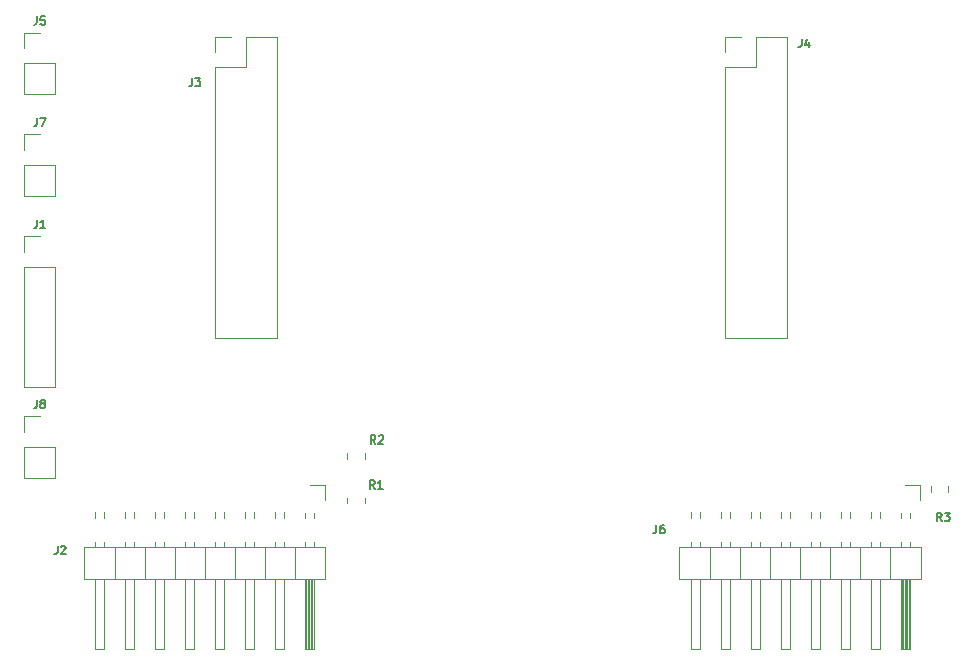
<source format=gto>
G04 #@! TF.GenerationSoftware,KiCad,Pcbnew,(6.0.6)*
G04 #@! TF.CreationDate,2024-05-12T15:36:13+02:00*
G04 #@! TF.ProjectId,pynq-buck-adapter,70796e71-2d62-4756-936b-2d6164617074,rev?*
G04 #@! TF.SameCoordinates,Original*
G04 #@! TF.FileFunction,Legend,Top*
G04 #@! TF.FilePolarity,Positive*
%FSLAX46Y46*%
G04 Gerber Fmt 4.6, Leading zero omitted, Abs format (unit mm)*
G04 Created by KiCad (PCBNEW (6.0.6)) date 2024-05-12 15:36:13*
%MOMM*%
%LPD*%
G01*
G04 APERTURE LIST*
%ADD10C,0.150000*%
%ADD11C,0.120000*%
%ADD12R,1.700000X1.700000*%
%ADD13O,1.700000X1.700000*%
G04 APERTURE END LIST*
D10*
X116583333Y-68916666D02*
X116350000Y-68583333D01*
X116183333Y-68916666D02*
X116183333Y-68216666D01*
X116450000Y-68216666D01*
X116516666Y-68250000D01*
X116550000Y-68283333D01*
X116583333Y-68350000D01*
X116583333Y-68450000D01*
X116550000Y-68516666D01*
X116516666Y-68550000D01*
X116450000Y-68583333D01*
X116183333Y-68583333D01*
X116816666Y-68216666D02*
X117250000Y-68216666D01*
X117016666Y-68483333D01*
X117116666Y-68483333D01*
X117183333Y-68516666D01*
X117216666Y-68550000D01*
X117250000Y-68616666D01*
X117250000Y-68783333D01*
X117216666Y-68850000D01*
X117183333Y-68883333D01*
X117116666Y-68916666D01*
X116916666Y-68916666D01*
X116850000Y-68883333D01*
X116816666Y-68850000D01*
X68633333Y-62366666D02*
X68400000Y-62033333D01*
X68233333Y-62366666D02*
X68233333Y-61666666D01*
X68500000Y-61666666D01*
X68566666Y-61700000D01*
X68600000Y-61733333D01*
X68633333Y-61800000D01*
X68633333Y-61900000D01*
X68600000Y-61966666D01*
X68566666Y-62000000D01*
X68500000Y-62033333D01*
X68233333Y-62033333D01*
X68900000Y-61733333D02*
X68933333Y-61700000D01*
X69000000Y-61666666D01*
X69166666Y-61666666D01*
X69233333Y-61700000D01*
X69266666Y-61733333D01*
X69300000Y-61800000D01*
X69300000Y-61866666D01*
X69266666Y-61966666D01*
X68866666Y-62366666D01*
X69300000Y-62366666D01*
X68583333Y-66166666D02*
X68350000Y-65833333D01*
X68183333Y-66166666D02*
X68183333Y-65466666D01*
X68450000Y-65466666D01*
X68516666Y-65500000D01*
X68550000Y-65533333D01*
X68583333Y-65600000D01*
X68583333Y-65700000D01*
X68550000Y-65766666D01*
X68516666Y-65800000D01*
X68450000Y-65833333D01*
X68183333Y-65833333D01*
X69250000Y-66166666D02*
X68850000Y-66166666D01*
X69050000Y-66166666D02*
X69050000Y-65466666D01*
X68983333Y-65566666D01*
X68916666Y-65633333D01*
X68850000Y-65666666D01*
X39966666Y-58661666D02*
X39966666Y-59161666D01*
X39933333Y-59261666D01*
X39866666Y-59328333D01*
X39766666Y-59361666D01*
X39700000Y-59361666D01*
X40400000Y-58961666D02*
X40333333Y-58928333D01*
X40300000Y-58895000D01*
X40266666Y-58828333D01*
X40266666Y-58795000D01*
X40300000Y-58728333D01*
X40333333Y-58695000D01*
X40400000Y-58661666D01*
X40533333Y-58661666D01*
X40600000Y-58695000D01*
X40633333Y-58728333D01*
X40666666Y-58795000D01*
X40666666Y-58828333D01*
X40633333Y-58895000D01*
X40600000Y-58928333D01*
X40533333Y-58961666D01*
X40400000Y-58961666D01*
X40333333Y-58995000D01*
X40300000Y-59028333D01*
X40266666Y-59095000D01*
X40266666Y-59228333D01*
X40300000Y-59295000D01*
X40333333Y-59328333D01*
X40400000Y-59361666D01*
X40533333Y-59361666D01*
X40600000Y-59328333D01*
X40633333Y-59295000D01*
X40666666Y-59228333D01*
X40666666Y-59095000D01*
X40633333Y-59028333D01*
X40600000Y-58995000D01*
X40533333Y-58961666D01*
X39966666Y-34796666D02*
X39966666Y-35296666D01*
X39933333Y-35396666D01*
X39866666Y-35463333D01*
X39766666Y-35496666D01*
X39700000Y-35496666D01*
X40233333Y-34796666D02*
X40700000Y-34796666D01*
X40400000Y-35496666D01*
X92416666Y-69266666D02*
X92416666Y-69766666D01*
X92383333Y-69866666D01*
X92316666Y-69933333D01*
X92216666Y-69966666D01*
X92150000Y-69966666D01*
X93050000Y-69266666D02*
X92916666Y-69266666D01*
X92850000Y-69300000D01*
X92816666Y-69333333D01*
X92750000Y-69433333D01*
X92716666Y-69566666D01*
X92716666Y-69833333D01*
X92750000Y-69900000D01*
X92783333Y-69933333D01*
X92850000Y-69966666D01*
X92983333Y-69966666D01*
X93050000Y-69933333D01*
X93083333Y-69900000D01*
X93116666Y-69833333D01*
X93116666Y-69666666D01*
X93083333Y-69600000D01*
X93050000Y-69566666D01*
X92983333Y-69533333D01*
X92850000Y-69533333D01*
X92783333Y-69566666D01*
X92750000Y-69600000D01*
X92716666Y-69666666D01*
X39966666Y-26196666D02*
X39966666Y-26696666D01*
X39933333Y-26796666D01*
X39866666Y-26863333D01*
X39766666Y-26896666D01*
X39700000Y-26896666D01*
X40633333Y-26196666D02*
X40300000Y-26196666D01*
X40266666Y-26530000D01*
X40300000Y-26496666D01*
X40366666Y-26463333D01*
X40533333Y-26463333D01*
X40600000Y-26496666D01*
X40633333Y-26530000D01*
X40666666Y-26596666D01*
X40666666Y-26763333D01*
X40633333Y-26830000D01*
X40600000Y-26863333D01*
X40533333Y-26896666D01*
X40366666Y-26896666D01*
X40300000Y-26863333D01*
X40266666Y-26830000D01*
X104716666Y-28116666D02*
X104716666Y-28616666D01*
X104683333Y-28716666D01*
X104616666Y-28783333D01*
X104516666Y-28816666D01*
X104450000Y-28816666D01*
X105350000Y-28350000D02*
X105350000Y-28816666D01*
X105183333Y-28083333D02*
X105016666Y-28583333D01*
X105450000Y-28583333D01*
X53116666Y-31416666D02*
X53116666Y-31916666D01*
X53083333Y-32016666D01*
X53016666Y-32083333D01*
X52916666Y-32116666D01*
X52850000Y-32116666D01*
X53383333Y-31416666D02*
X53816666Y-31416666D01*
X53583333Y-31683333D01*
X53683333Y-31683333D01*
X53750000Y-31716666D01*
X53783333Y-31750000D01*
X53816666Y-31816666D01*
X53816666Y-31983333D01*
X53783333Y-32050000D01*
X53750000Y-32083333D01*
X53683333Y-32116666D01*
X53483333Y-32116666D01*
X53416666Y-32083333D01*
X53383333Y-32050000D01*
X41716666Y-71016666D02*
X41716666Y-71516666D01*
X41683333Y-71616666D01*
X41616666Y-71683333D01*
X41516666Y-71716666D01*
X41450000Y-71716666D01*
X42016666Y-71083333D02*
X42050000Y-71050000D01*
X42116666Y-71016666D01*
X42283333Y-71016666D01*
X42350000Y-71050000D01*
X42383333Y-71083333D01*
X42416666Y-71150000D01*
X42416666Y-71216666D01*
X42383333Y-71316666D01*
X41983333Y-71716666D01*
X42416666Y-71716666D01*
X39966666Y-43406666D02*
X39966666Y-43906666D01*
X39933333Y-44006666D01*
X39866666Y-44073333D01*
X39766666Y-44106666D01*
X39700000Y-44106666D01*
X40666666Y-44106666D02*
X40266666Y-44106666D01*
X40466666Y-44106666D02*
X40466666Y-43406666D01*
X40400000Y-43506666D01*
X40333333Y-43573333D01*
X40266666Y-43606666D01*
D11*
X115665000Y-65972936D02*
X115665000Y-66427064D01*
X117135000Y-65972936D02*
X117135000Y-66427064D01*
X66265000Y-63627064D02*
X66265000Y-63172936D01*
X67735000Y-63627064D02*
X67735000Y-63172936D01*
X67735000Y-66972936D02*
X67735000Y-67427064D01*
X66265000Y-66972936D02*
X66265000Y-67427064D01*
X38870000Y-61375000D02*
X38870000Y-60045000D01*
X38870000Y-65245000D02*
X41530000Y-65245000D01*
X38870000Y-62645000D02*
X38870000Y-65245000D01*
X38870000Y-62645000D02*
X41530000Y-62645000D01*
X38870000Y-60045000D02*
X40200000Y-60045000D01*
X41530000Y-62645000D02*
X41530000Y-65245000D01*
X38870000Y-37510000D02*
X38870000Y-36180000D01*
X38870000Y-41380000D02*
X41530000Y-41380000D01*
X38870000Y-38780000D02*
X38870000Y-41380000D01*
X38870000Y-38780000D02*
X41530000Y-38780000D01*
X38870000Y-36180000D02*
X40200000Y-36180000D01*
X41530000Y-38780000D02*
X41530000Y-41380000D01*
X105475000Y-79790000D02*
X105475000Y-73790000D01*
X101155000Y-73790000D02*
X101155000Y-79790000D01*
X102935000Y-68192929D02*
X102935000Y-68647071D01*
X111315000Y-70732929D02*
X111315000Y-71130000D01*
X113855000Y-79790000D02*
X113095000Y-79790000D01*
X98615000Y-73790000D02*
X98615000Y-79790000D01*
X110555000Y-70732929D02*
X110555000Y-71130000D01*
X113475000Y-65880000D02*
X114745000Y-65880000D01*
X103695000Y-68192929D02*
X103695000Y-68647071D01*
X94365000Y-73790000D02*
X114805000Y-73790000D01*
X94365000Y-71130000D02*
X94365000Y-73790000D01*
X103695000Y-73790000D02*
X103695000Y-79790000D01*
X98615000Y-68192929D02*
X98615000Y-68647071D01*
X98615000Y-70732929D02*
X98615000Y-71130000D01*
X104585000Y-71130000D02*
X104585000Y-73790000D01*
X102045000Y-71130000D02*
X102045000Y-73790000D01*
X100395000Y-79790000D02*
X100395000Y-73790000D01*
X96965000Y-71130000D02*
X96965000Y-73790000D01*
X110555000Y-79790000D02*
X110555000Y-73790000D01*
X101155000Y-70732929D02*
X101155000Y-71130000D01*
X108015000Y-68192929D02*
X108015000Y-68647071D01*
X113855000Y-68260000D02*
X113855000Y-68647071D01*
X96075000Y-73790000D02*
X96075000Y-79790000D01*
X113095000Y-70732929D02*
X113095000Y-71130000D01*
X113855000Y-73790000D02*
X113855000Y-79790000D01*
X106235000Y-73790000D02*
X106235000Y-79790000D01*
X101155000Y-68192929D02*
X101155000Y-68647071D01*
X114805000Y-71130000D02*
X94365000Y-71130000D01*
X95315000Y-79790000D02*
X95315000Y-73790000D01*
X113315000Y-73790000D02*
X113315000Y-79790000D01*
X108775000Y-68192929D02*
X108775000Y-68647071D01*
X102935000Y-79790000D02*
X102935000Y-73790000D01*
X113675000Y-73790000D02*
X113675000Y-79790000D01*
X105475000Y-68192929D02*
X105475000Y-68647071D01*
X103695000Y-70732929D02*
X103695000Y-71130000D01*
X96075000Y-68192929D02*
X96075000Y-68647071D01*
X96075000Y-70732929D02*
X96075000Y-71130000D01*
X97855000Y-79790000D02*
X97855000Y-73790000D01*
X113195000Y-73790000D02*
X113195000Y-79790000D01*
X111315000Y-68192929D02*
X111315000Y-68647071D01*
X106235000Y-70732929D02*
X106235000Y-71130000D01*
X108015000Y-79790000D02*
X108015000Y-73790000D01*
X108775000Y-79790000D02*
X108015000Y-79790000D01*
X113555000Y-73790000D02*
X113555000Y-79790000D01*
X96075000Y-79790000D02*
X95315000Y-79790000D01*
X98615000Y-79790000D02*
X97855000Y-79790000D01*
X103695000Y-79790000D02*
X102935000Y-79790000D01*
X106235000Y-68192929D02*
X106235000Y-68647071D01*
X108015000Y-70732929D02*
X108015000Y-71130000D01*
X97855000Y-68192929D02*
X97855000Y-68647071D01*
X101155000Y-79790000D02*
X100395000Y-79790000D01*
X95315000Y-70732929D02*
X95315000Y-71130000D01*
X106235000Y-79790000D02*
X105475000Y-79790000D01*
X113795000Y-73790000D02*
X113795000Y-79790000D01*
X111315000Y-73790000D02*
X111315000Y-79790000D01*
X99505000Y-71130000D02*
X99505000Y-73790000D01*
X111315000Y-79790000D02*
X110555000Y-79790000D01*
X113095000Y-79790000D02*
X113095000Y-73790000D01*
X114805000Y-73790000D02*
X114805000Y-71130000D01*
X102935000Y-70732929D02*
X102935000Y-71130000D01*
X108775000Y-70732929D02*
X108775000Y-71130000D01*
X114745000Y-65880000D02*
X114745000Y-67150000D01*
X105475000Y-70732929D02*
X105475000Y-71130000D01*
X110555000Y-68192929D02*
X110555000Y-68647071D01*
X113855000Y-70732929D02*
X113855000Y-71130000D01*
X107125000Y-71130000D02*
X107125000Y-73790000D01*
X108775000Y-73790000D02*
X108775000Y-79790000D01*
X109665000Y-71130000D02*
X109665000Y-73790000D01*
X100395000Y-68192929D02*
X100395000Y-68647071D01*
X113435000Y-73790000D02*
X113435000Y-79790000D01*
X112205000Y-71130000D02*
X112205000Y-73790000D01*
X113095000Y-68260000D02*
X113095000Y-68647071D01*
X100395000Y-70732929D02*
X100395000Y-71130000D01*
X95315000Y-68192929D02*
X95315000Y-68647071D01*
X97855000Y-70732929D02*
X97855000Y-71130000D01*
X38870000Y-28910000D02*
X38870000Y-27580000D01*
X38870000Y-32780000D02*
X41530000Y-32780000D01*
X38870000Y-30180000D02*
X38870000Y-32780000D01*
X38870000Y-30180000D02*
X41530000Y-30180000D01*
X38870000Y-27580000D02*
X40200000Y-27580000D01*
X41530000Y-30180000D02*
X41530000Y-32780000D01*
X100840000Y-30520000D02*
X100840000Y-27920000D01*
X98240000Y-30520000D02*
X98240000Y-53440000D01*
X98240000Y-27920000D02*
X99570000Y-27920000D01*
X98240000Y-53440000D02*
X103440000Y-53440000D01*
X100840000Y-27920000D02*
X103440000Y-27920000D01*
X98240000Y-29250000D02*
X98240000Y-27920000D01*
X98240000Y-30520000D02*
X100840000Y-30520000D01*
X103440000Y-27920000D02*
X103440000Y-53440000D01*
X57660000Y-30520000D02*
X57660000Y-27920000D01*
X55060000Y-30520000D02*
X55060000Y-53440000D01*
X55060000Y-27920000D02*
X56390000Y-27920000D01*
X55060000Y-53440000D02*
X60260000Y-53440000D01*
X57660000Y-27920000D02*
X60260000Y-27920000D01*
X55060000Y-29250000D02*
X55060000Y-27920000D01*
X55060000Y-30520000D02*
X57660000Y-30520000D01*
X60260000Y-27920000D02*
X60260000Y-53440000D01*
X55075000Y-79790000D02*
X55075000Y-73790000D01*
X50755000Y-73790000D02*
X50755000Y-79790000D01*
X52535000Y-68192929D02*
X52535000Y-68647071D01*
X60915000Y-70732929D02*
X60915000Y-71130000D01*
X63455000Y-79790000D02*
X62695000Y-79790000D01*
X48215000Y-73790000D02*
X48215000Y-79790000D01*
X60155000Y-70732929D02*
X60155000Y-71130000D01*
X63075000Y-65880000D02*
X64345000Y-65880000D01*
X53295000Y-68192929D02*
X53295000Y-68647071D01*
X43965000Y-73790000D02*
X64405000Y-73790000D01*
X43965000Y-71130000D02*
X43965000Y-73790000D01*
X53295000Y-73790000D02*
X53295000Y-79790000D01*
X48215000Y-68192929D02*
X48215000Y-68647071D01*
X48215000Y-70732929D02*
X48215000Y-71130000D01*
X54185000Y-71130000D02*
X54185000Y-73790000D01*
X51645000Y-71130000D02*
X51645000Y-73790000D01*
X49995000Y-79790000D02*
X49995000Y-73790000D01*
X46565000Y-71130000D02*
X46565000Y-73790000D01*
X60155000Y-79790000D02*
X60155000Y-73790000D01*
X50755000Y-70732929D02*
X50755000Y-71130000D01*
X57615000Y-68192929D02*
X57615000Y-68647071D01*
X63455000Y-68260000D02*
X63455000Y-68647071D01*
X45675000Y-73790000D02*
X45675000Y-79790000D01*
X62695000Y-70732929D02*
X62695000Y-71130000D01*
X63455000Y-73790000D02*
X63455000Y-79790000D01*
X55835000Y-73790000D02*
X55835000Y-79790000D01*
X50755000Y-68192929D02*
X50755000Y-68647071D01*
X64405000Y-71130000D02*
X43965000Y-71130000D01*
X44915000Y-79790000D02*
X44915000Y-73790000D01*
X62915000Y-73790000D02*
X62915000Y-79790000D01*
X58375000Y-68192929D02*
X58375000Y-68647071D01*
X52535000Y-79790000D02*
X52535000Y-73790000D01*
X63275000Y-73790000D02*
X63275000Y-79790000D01*
X55075000Y-68192929D02*
X55075000Y-68647071D01*
X53295000Y-70732929D02*
X53295000Y-71130000D01*
X45675000Y-68192929D02*
X45675000Y-68647071D01*
X45675000Y-70732929D02*
X45675000Y-71130000D01*
X47455000Y-79790000D02*
X47455000Y-73790000D01*
X62795000Y-73790000D02*
X62795000Y-79790000D01*
X60915000Y-68192929D02*
X60915000Y-68647071D01*
X55835000Y-70732929D02*
X55835000Y-71130000D01*
X57615000Y-79790000D02*
X57615000Y-73790000D01*
X58375000Y-79790000D02*
X57615000Y-79790000D01*
X63155000Y-73790000D02*
X63155000Y-79790000D01*
X45675000Y-79790000D02*
X44915000Y-79790000D01*
X48215000Y-79790000D02*
X47455000Y-79790000D01*
X53295000Y-79790000D02*
X52535000Y-79790000D01*
X55835000Y-68192929D02*
X55835000Y-68647071D01*
X57615000Y-70732929D02*
X57615000Y-71130000D01*
X47455000Y-68192929D02*
X47455000Y-68647071D01*
X50755000Y-79790000D02*
X49995000Y-79790000D01*
X44915000Y-70732929D02*
X44915000Y-71130000D01*
X55835000Y-79790000D02*
X55075000Y-79790000D01*
X63395000Y-73790000D02*
X63395000Y-79790000D01*
X60915000Y-73790000D02*
X60915000Y-79790000D01*
X49105000Y-71130000D02*
X49105000Y-73790000D01*
X60915000Y-79790000D02*
X60155000Y-79790000D01*
X62695000Y-79790000D02*
X62695000Y-73790000D01*
X64405000Y-73790000D02*
X64405000Y-71130000D01*
X52535000Y-70732929D02*
X52535000Y-71130000D01*
X58375000Y-70732929D02*
X58375000Y-71130000D01*
X64345000Y-65880000D02*
X64345000Y-67150000D01*
X55075000Y-70732929D02*
X55075000Y-71130000D01*
X60155000Y-68192929D02*
X60155000Y-68647071D01*
X63455000Y-70732929D02*
X63455000Y-71130000D01*
X56725000Y-71130000D02*
X56725000Y-73790000D01*
X58375000Y-73790000D02*
X58375000Y-79790000D01*
X59265000Y-71130000D02*
X59265000Y-73790000D01*
X49995000Y-68192929D02*
X49995000Y-68647071D01*
X63035000Y-73790000D02*
X63035000Y-79790000D01*
X61805000Y-71130000D02*
X61805000Y-73790000D01*
X62695000Y-68260000D02*
X62695000Y-68647071D01*
X49995000Y-70732929D02*
X49995000Y-71130000D01*
X44915000Y-68192929D02*
X44915000Y-68647071D01*
X47455000Y-70732929D02*
X47455000Y-71130000D01*
X41530000Y-47390000D02*
X41530000Y-57610000D01*
X38870000Y-44790000D02*
X40200000Y-44790000D01*
X38870000Y-47390000D02*
X38870000Y-57610000D01*
X38870000Y-57610000D02*
X41530000Y-57610000D01*
X38870000Y-47390000D02*
X41530000Y-47390000D01*
X38870000Y-46120000D02*
X38870000Y-44790000D01*
%LPC*%
G36*
G01*
X115950000Y-66600000D02*
X116850000Y-66600000D01*
G75*
G02*
X117100000Y-66850000I0J-250000D01*
G01*
X117100000Y-67550000D01*
G75*
G02*
X116850000Y-67800000I-250000J0D01*
G01*
X115950000Y-67800000D01*
G75*
G02*
X115700000Y-67550000I0J250000D01*
G01*
X115700000Y-66850000D01*
G75*
G02*
X115950000Y-66600000I250000J0D01*
G01*
G37*
G36*
G01*
X115950000Y-64600000D02*
X116850000Y-64600000D01*
G75*
G02*
X117100000Y-64850000I0J-250000D01*
G01*
X117100000Y-65550000D01*
G75*
G02*
X116850000Y-65800000I-250000J0D01*
G01*
X115950000Y-65800000D01*
G75*
G02*
X115700000Y-65550000I0J250000D01*
G01*
X115700000Y-64850000D01*
G75*
G02*
X115950000Y-64600000I250000J0D01*
G01*
G37*
G36*
G01*
X67450000Y-65000000D02*
X66550000Y-65000000D01*
G75*
G02*
X66300000Y-64750000I0J250000D01*
G01*
X66300000Y-64050000D01*
G75*
G02*
X66550000Y-63800000I250000J0D01*
G01*
X67450000Y-63800000D01*
G75*
G02*
X67700000Y-64050000I0J-250000D01*
G01*
X67700000Y-64750000D01*
G75*
G02*
X67450000Y-65000000I-250000J0D01*
G01*
G37*
G36*
G01*
X67450000Y-63000000D02*
X66550000Y-63000000D01*
G75*
G02*
X66300000Y-62750000I0J250000D01*
G01*
X66300000Y-62050000D01*
G75*
G02*
X66550000Y-61800000I250000J0D01*
G01*
X67450000Y-61800000D01*
G75*
G02*
X67700000Y-62050000I0J-250000D01*
G01*
X67700000Y-62750000D01*
G75*
G02*
X67450000Y-63000000I-250000J0D01*
G01*
G37*
G36*
G01*
X66550000Y-65600000D02*
X67450000Y-65600000D01*
G75*
G02*
X67700000Y-65850000I0J-250000D01*
G01*
X67700000Y-66550000D01*
G75*
G02*
X67450000Y-66800000I-250000J0D01*
G01*
X66550000Y-66800000D01*
G75*
G02*
X66300000Y-66550000I0J250000D01*
G01*
X66300000Y-65850000D01*
G75*
G02*
X66550000Y-65600000I250000J0D01*
G01*
G37*
G36*
G01*
X66550000Y-67600000D02*
X67450000Y-67600000D01*
G75*
G02*
X67700000Y-67850000I0J-250000D01*
G01*
X67700000Y-68550000D01*
G75*
G02*
X67450000Y-68800000I-250000J0D01*
G01*
X66550000Y-68800000D01*
G75*
G02*
X66300000Y-68550000I0J250000D01*
G01*
X66300000Y-67850000D01*
G75*
G02*
X66550000Y-67600000I250000J0D01*
G01*
G37*
D12*
X40200000Y-61375000D03*
D13*
X40200000Y-63915000D03*
D12*
X40200000Y-37510000D03*
D13*
X40200000Y-40050000D03*
D12*
X113475000Y-67150000D03*
D13*
X113475000Y-69690000D03*
X110935000Y-67150000D03*
X110935000Y-69690000D03*
X108395000Y-67150000D03*
X108395000Y-69690000D03*
X105855000Y-67150000D03*
X105855000Y-69690000D03*
X103315000Y-67150000D03*
X103315000Y-69690000D03*
X100775000Y-67150000D03*
X100775000Y-69690000D03*
X98235000Y-67150000D03*
X98235000Y-69690000D03*
X95695000Y-67150000D03*
X95695000Y-69690000D03*
D12*
X40200000Y-28910000D03*
D13*
X40200000Y-31450000D03*
X102110000Y-52110000D03*
X99570000Y-52110000D03*
X102110000Y-49570000D03*
X99570000Y-49570000D03*
X102110000Y-47030000D03*
X99570000Y-47030000D03*
X102110000Y-44490000D03*
X99570000Y-44490000D03*
X102110000Y-41950000D03*
X99570000Y-41950000D03*
X102110000Y-39410000D03*
X99570000Y-39410000D03*
X102110000Y-36870000D03*
X99570000Y-36870000D03*
X102110000Y-34330000D03*
X99570000Y-34330000D03*
X102110000Y-31790000D03*
X99570000Y-31790000D03*
X102110000Y-29250000D03*
D12*
X99570000Y-29250000D03*
D13*
X58930000Y-52110000D03*
X56390000Y-52110000D03*
X58930000Y-49570000D03*
X56390000Y-49570000D03*
X58930000Y-47030000D03*
X56390000Y-47030000D03*
X58930000Y-44490000D03*
X56390000Y-44490000D03*
X58930000Y-41950000D03*
X56390000Y-41950000D03*
X58930000Y-39410000D03*
X56390000Y-39410000D03*
X58930000Y-36870000D03*
X56390000Y-36870000D03*
X58930000Y-34330000D03*
X56390000Y-34330000D03*
X58930000Y-31790000D03*
X56390000Y-31790000D03*
X58930000Y-29250000D03*
D12*
X56390000Y-29250000D03*
X63075000Y-67150000D03*
D13*
X63075000Y-69690000D03*
X60535000Y-67150000D03*
X60535000Y-69690000D03*
X57995000Y-67150000D03*
X57995000Y-69690000D03*
X55455000Y-67150000D03*
X55455000Y-69690000D03*
X52915000Y-67150000D03*
X52915000Y-69690000D03*
X50375000Y-67150000D03*
X50375000Y-69690000D03*
X47835000Y-67150000D03*
X47835000Y-69690000D03*
X45295000Y-67150000D03*
X45295000Y-69690000D03*
D12*
X40200000Y-46120000D03*
D13*
X40200000Y-48660000D03*
X40200000Y-51200000D03*
X40200000Y-53740000D03*
X40200000Y-56280000D03*
M02*

</source>
